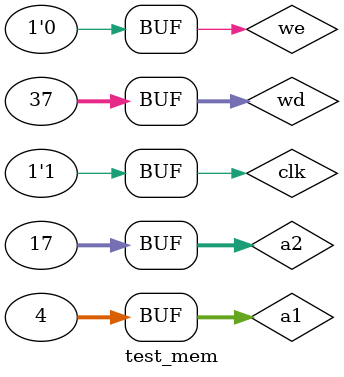
<source format=sv>
`timescale 1 ns / 1 ns
module test_mem();


	parameter WIDTH = 32;
	parameter INSTRUCTIONWIDTH = 16;
	logic clk, we;
	logic [WIDTH-1:0] a1, a2, wd;
	logic [INSTRUCTIONWIDTH-1:0] rd1;
	logic [WIDTH-1:0] rd2;
	
	mem #(WIDTH, INSTRUCTIONWIDTH) mem
  (clk, we,
	a1, a2, wd,
	rd1,
	rd2);
		
	initial 
	begin
	
		we = 1;
	   a1 = 0;
		a2 = 17;
		wd = 8'h25;
		
	   clk = 0;		
		#10;
	   clk = 1;
		#10;
		we = 0;
		a1 = a1+1;
		a2 = 7;
	   clk = 0;
		#10;
	   clk = 1;
		#10;
		a1 = a1+1;
	   clk = 0;
		#10;
	   clk = 1;
		#10;
		a1 = a1+1;
	   clk = 0;
		we = 1;
		#10;
	   clk = 1;
		#10;
		we = 0;
		a2 = 17;
		a1 = a1+1;
	   clk = 0;
		#10;
	   clk = 1;
	end
	
endmodule 
</source>
